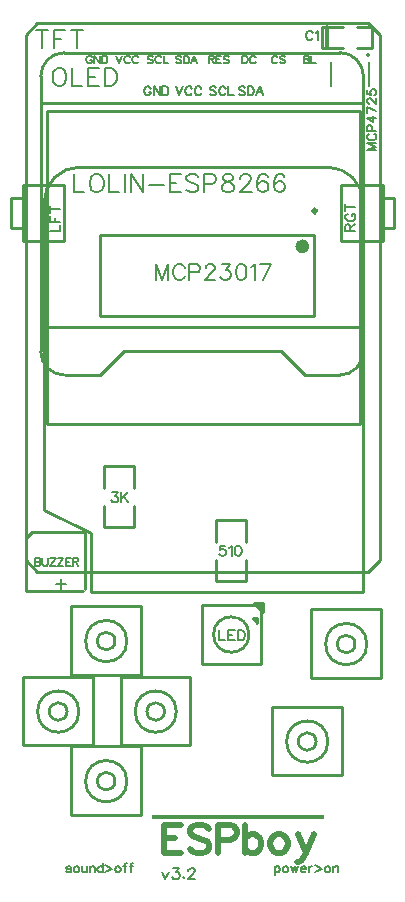
<source format=gto>
G04 Layer: TopSilkLayer*
G04 EasyEDA v6.3.53, 2020-06-09T14:14:43+03:00*
G04 a51f4f2b25e24b5fbe4c92ec4cc42c38,99c43f6f433d4c2593b99c8e01114625,10*
G04 Gerber Generator version 0.2*
G04 Scale: 100 percent, Rotated: No, Reflected: No *
G04 Dimensions in millimeters *
G04 leading zeros omitted , absolute positions ,3 integer and 3 decimal *
%FSLAX33Y33*%
%MOMM*%
G90*
G71D02*

%ADD10C,0.254000*%
%ADD12C,0.599999*%
%ADD36C,0.330200*%
%ADD37C,0.200000*%
%ADD38C,0.299999*%
%ADD39C,0.499999*%
%ADD40C,0.177800*%
%ADD41C,0.203200*%
%ADD42C,0.178003*%
%ADD43C,0.152400*%
%ADD44C,0.202997*%

%LPD*%
G54D10*
G01X29712Y72301D02*
G01X28437Y72301D01*
G01X28437Y70446D02*
G01X29712Y70446D01*
G01X29712Y72301D01*
G01X27238Y70446D02*
G01X25438Y70446D01*
G01X25438Y72301D01*
G54D36*
G01X25913Y70500D02*
G01X25913Y72247D01*
G54D10*
G01X27238Y72301D02*
G01X25438Y72301D01*
G01X1930Y57404D02*
G01X1930Y31394D01*
G01X5943Y29413D01*
G01X5943Y24409D01*
G01X28930Y24409D01*
G01X28930Y57404D01*
G01X25933Y60401D02*
G01X4927Y60401D01*
G01X15280Y18327D02*
G01X15280Y23327D01*
G01X20280Y23327D01*
G01X20280Y18327D01*
G01X15280Y18327D01*
G01X19680Y23527D02*
G01X20430Y23527D01*
G01X20430Y22777D01*
G01X19680Y23527D01*
G01X19580Y22227D02*
G01X19980Y22227D01*
G01X19980Y21827D01*
G01X19580Y22227D01*
G01X19050Y28702D02*
G01X19050Y30550D01*
G01X16510Y30550D01*
G01X16510Y28702D01*
G01X16510Y27178D02*
G01X16510Y25319D01*
G01X19050Y25319D01*
G01X19050Y27178D01*
G01X24798Y48688D02*
G01X24798Y47760D01*
G01X6697Y47760D01*
G01X6697Y54688D01*
G01X24798Y54688D01*
G01X24798Y48688D01*
G01X1367Y72619D02*
G01X29366Y72619D01*
G01X30366Y71619D02*
G01X30366Y27119D01*
G01X29366Y26119D01*
G01X1367Y26119D01*
G01X367Y27119D01*
G01X367Y71619D01*
G01X28666Y65119D02*
G01X2167Y65119D01*
G01X30366Y71619D02*
G01X29366Y72619D01*
G01X367Y71619D02*
G01X1367Y72619D01*
G01X28666Y38619D02*
G01X2167Y38619D01*
G01X2167Y38619D02*
G01X2167Y65119D01*
G01X28666Y65119D02*
G01X28666Y38619D01*
G01X421Y24524D02*
G01X5221Y24524D01*
G01X5421Y24724D02*
G01X5421Y29524D01*
G01X421Y24524D02*
G01X421Y29024D01*
G01X921Y29524D01*
G01X5421Y29524D01*
G54D37*
G01X29448Y67313D02*
G01X29448Y68304D01*
G01X26248Y67313D02*
G01X26248Y68304D01*
G01X26248Y68304D02*
G01X26248Y69295D01*
G01X29448Y68304D02*
G01X29448Y69295D01*
G54D10*
G01X9525Y33274D02*
G01X9525Y35122D01*
G01X6985Y35122D01*
G01X6985Y33274D01*
G01X6985Y31750D02*
G01X6985Y29891D01*
G01X9525Y29891D01*
G01X9525Y31750D01*
G01X143Y54114D02*
G01X143Y58915D01*
G01X3643Y58915D01*
G01X3643Y54114D01*
G01X143Y54114D01*
G01X-856Y55215D02*
G01X-856Y57814D01*
G01X143Y57814D01*
G01X143Y55215D01*
G01X-856Y55215D01*
G01X30590Y58915D02*
G01X30590Y54114D01*
G01X27090Y54114D01*
G01X27090Y58915D01*
G01X30590Y58915D01*
G01X31590Y57814D02*
G01X31590Y55215D01*
G01X30590Y55215D01*
G01X30590Y57814D01*
G01X31590Y57814D01*
G01X1651Y44798D02*
G01X1651Y66798D01*
G01X1651Y66798D02*
G01X1651Y68098D01*
G01X3650Y70098D02*
G01X26950Y70098D01*
G01X28950Y68098D02*
G01X28950Y44798D01*
G01X1651Y46863D02*
G01X28650Y46863D01*
G01X28650Y46863D02*
G01X28950Y46863D01*
G01X1651Y65862D02*
G01X28950Y65862D01*
G01X3683Y42799D02*
G01X6682Y42799D01*
G01X8682Y44798D01*
G01X21982Y44798D01*
G01X23982Y42799D01*
G01X26982Y42799D01*
G01X173Y11450D02*
G01X6072Y11450D01*
G01X6072Y17249D01*
G01X173Y17249D01*
G01X173Y11450D01*
G01X4237Y17419D02*
G01X10136Y17419D01*
G01X10136Y23218D01*
G01X4237Y23218D01*
G01X4237Y17419D01*
G01X4237Y5555D02*
G01X10136Y5555D01*
G01X10136Y11354D01*
G01X4237Y11354D01*
G01X4237Y5555D01*
G01X8428Y11450D02*
G01X14327Y11450D01*
G01X14327Y17249D01*
G01X8428Y17249D01*
G01X8428Y11450D01*
G01X21255Y8910D02*
G01X27154Y8910D01*
G01X27154Y14709D01*
G01X21255Y14709D01*
G01X21255Y8910D01*
G01X24557Y17165D02*
G01X30456Y17165D01*
G01X30456Y22964D01*
G01X24557Y22964D01*
G01X24557Y17165D01*
G54D39*
G01X12065Y4716D02*
G01X12065Y2329D01*
G01X12065Y4716D02*
G01X13543Y4716D01*
G01X12065Y3578D02*
G01X12974Y3578D01*
G01X12065Y2329D02*
G01X13543Y2329D01*
G01X15882Y4376D02*
G01X15656Y4602D01*
G01X15316Y4716D01*
G01X14861Y4716D01*
G01X14518Y4602D01*
G01X14292Y4376D01*
G01X14292Y4147D01*
G01X14406Y3921D01*
G01X14518Y3807D01*
G01X14747Y3693D01*
G01X15427Y3467D01*
G01X15656Y3352D01*
G01X15768Y3238D01*
G01X15882Y3012D01*
G01X15882Y2672D01*
G01X15656Y2443D01*
G01X15316Y2329D01*
G01X14861Y2329D01*
G01X14518Y2443D01*
G01X14292Y2672D01*
G01X16631Y4716D02*
G01X16631Y2329D01*
G01X16631Y4716D02*
G01X17655Y4716D01*
G01X17995Y4602D01*
G01X18110Y4488D01*
G01X18224Y4262D01*
G01X18224Y3921D01*
G01X18110Y3693D01*
G01X17995Y3578D01*
G01X17655Y3467D01*
G01X16631Y3467D01*
G01X18973Y4716D02*
G01X18973Y2329D01*
G01X18973Y3578D02*
G01X19202Y3807D01*
G01X19428Y3921D01*
G01X19768Y3921D01*
G01X19997Y3807D01*
G01X20223Y3578D01*
G01X20337Y3238D01*
G01X20337Y3012D01*
G01X20223Y2672D01*
G01X19997Y2443D01*
G01X19768Y2329D01*
G01X19428Y2329D01*
G01X19202Y2443D01*
G01X18973Y2672D01*
G01X21656Y3921D02*
G01X21427Y3807D01*
G01X21201Y3578D01*
G01X21087Y3238D01*
G01X21087Y3012D01*
G01X21201Y2672D01*
G01X21427Y2443D01*
G01X21656Y2329D01*
G01X21996Y2329D01*
G01X22225Y2443D01*
G01X22451Y2672D01*
G01X22565Y3012D01*
G01X22565Y3238D01*
G01X22451Y3578D01*
G01X22225Y3807D01*
G01X21996Y3921D01*
G01X21656Y3921D01*
G01X23428Y3921D02*
G01X24109Y2329D01*
G01X24792Y3921D02*
G01X24109Y2329D01*
G01X23883Y1874D01*
G01X23655Y1648D01*
G01X23428Y1534D01*
G01X23314Y1534D01*
G54D40*
G01X21463Y1198D02*
G01X21463Y434D01*
G01X21463Y1089D02*
G01X21536Y1160D01*
G01X21607Y1198D01*
G01X21717Y1198D01*
G01X21790Y1160D01*
G01X21861Y1089D01*
G01X21899Y980D01*
G01X21899Y906D01*
G01X21861Y797D01*
G01X21790Y723D01*
G01X21717Y688D01*
G01X21607Y688D01*
G01X21536Y723D01*
G01X21463Y797D01*
G01X22321Y1198D02*
G01X22247Y1160D01*
G01X22176Y1089D01*
G01X22138Y980D01*
G01X22138Y906D01*
G01X22176Y797D01*
G01X22247Y723D01*
G01X22321Y688D01*
G01X22430Y688D01*
G01X22501Y723D01*
G01X22575Y797D01*
G01X22611Y906D01*
G01X22611Y980D01*
G01X22575Y1089D01*
G01X22501Y1160D01*
G01X22430Y1198D01*
G01X22321Y1198D01*
G01X22852Y1198D02*
G01X22997Y688D01*
G01X23141Y1198D02*
G01X22997Y688D01*
G01X23141Y1198D02*
G01X23289Y688D01*
G01X23434Y1198D02*
G01X23289Y688D01*
G01X23672Y980D02*
G01X24109Y980D01*
G01X24109Y1051D01*
G01X24074Y1125D01*
G01X24038Y1160D01*
G01X23964Y1198D01*
G01X23855Y1198D01*
G01X23782Y1160D01*
G01X23710Y1089D01*
G01X23672Y980D01*
G01X23672Y906D01*
G01X23710Y797D01*
G01X23782Y723D01*
G01X23855Y688D01*
G01X23964Y688D01*
G01X24038Y723D01*
G01X24109Y797D01*
G01X24350Y1198D02*
G01X24350Y688D01*
G01X24350Y980D02*
G01X24386Y1089D01*
G01X24460Y1160D01*
G01X24531Y1198D01*
G01X24640Y1198D01*
G01X24881Y1343D02*
G01X25463Y1016D01*
G01X24881Y688D01*
G01X25885Y1198D02*
G01X25811Y1160D01*
G01X25740Y1089D01*
G01X25702Y980D01*
G01X25702Y906D01*
G01X25740Y797D01*
G01X25811Y723D01*
G01X25885Y688D01*
G01X25994Y688D01*
G01X26065Y723D01*
G01X26139Y797D01*
G01X26174Y906D01*
G01X26174Y980D01*
G01X26139Y1089D01*
G01X26065Y1160D01*
G01X25994Y1198D01*
G01X25885Y1198D01*
G01X26416Y1198D02*
G01X26416Y688D01*
G01X26416Y1051D02*
G01X26525Y1160D01*
G01X26596Y1198D01*
G01X26705Y1198D01*
G01X26779Y1160D01*
G01X26814Y1051D01*
G01X26814Y688D01*
G54D41*
G01X11430Y52197D02*
G01X11430Y50860D01*
G01X11430Y52197D02*
G01X11938Y50860D01*
G01X12448Y52197D02*
G01X11938Y50860D01*
G01X12448Y52197D02*
G01X12448Y50860D01*
G01X13822Y51876D02*
G01X13759Y52003D01*
G01X13632Y52133D01*
G01X13505Y52197D01*
G01X13251Y52197D01*
G01X13121Y52133D01*
G01X12994Y52003D01*
G01X12931Y51876D01*
G01X12867Y51686D01*
G01X12867Y51368D01*
G01X12931Y51178D01*
G01X12994Y51051D01*
G01X13121Y50924D01*
G01X13251Y50860D01*
G01X13505Y50860D01*
G01X13632Y50924D01*
G01X13759Y51051D01*
G01X13822Y51178D01*
G01X14241Y52197D02*
G01X14241Y50860D01*
G01X14241Y52197D02*
G01X14815Y52197D01*
G01X15006Y52133D01*
G01X15069Y52070D01*
G01X15133Y51940D01*
G01X15133Y51749D01*
G01X15069Y51622D01*
G01X15006Y51559D01*
G01X14815Y51495D01*
G01X14241Y51495D01*
G01X15618Y51876D02*
G01X15618Y51940D01*
G01X15681Y52070D01*
G01X15745Y52133D01*
G01X15872Y52197D01*
G01X16126Y52197D01*
G01X16253Y52133D01*
G01X16316Y52070D01*
G01X16380Y51940D01*
G01X16380Y51813D01*
G01X16316Y51686D01*
G01X16189Y51495D01*
G01X15552Y50860D01*
G01X16443Y50860D01*
G01X16992Y52197D02*
G01X17691Y52197D01*
G01X17310Y51686D01*
G01X17500Y51686D01*
G01X17627Y51622D01*
G01X17691Y51559D01*
G01X17754Y51368D01*
G01X17754Y51241D01*
G01X17691Y51051D01*
G01X17564Y50924D01*
G01X17373Y50860D01*
G01X17183Y50860D01*
G01X16992Y50924D01*
G01X16929Y50987D01*
G01X16865Y51114D01*
G01X18557Y52197D02*
G01X18366Y52133D01*
G01X18239Y51940D01*
G01X18176Y51622D01*
G01X18176Y51432D01*
G01X18239Y51114D01*
G01X18366Y50924D01*
G01X18557Y50860D01*
G01X18684Y50860D01*
G01X18874Y50924D01*
G01X19001Y51114D01*
G01X19065Y51432D01*
G01X19065Y51622D01*
G01X19001Y51940D01*
G01X18874Y52133D01*
G01X18684Y52197D01*
G01X18557Y52197D01*
G01X19486Y51940D02*
G01X19613Y52003D01*
G01X19804Y52197D01*
G01X19804Y50860D01*
G01X21115Y52197D02*
G01X20480Y50860D01*
G01X20223Y52197D02*
G01X21115Y52197D01*
G54D40*
G01X4208Y1089D02*
G01X4173Y1160D01*
G01X4064Y1198D01*
G01X3954Y1198D01*
G01X3845Y1160D01*
G01X3810Y1089D01*
G01X3845Y1016D01*
G01X3919Y980D01*
G01X4102Y942D01*
G01X4173Y906D01*
G01X4208Y833D01*
G01X4208Y797D01*
G01X4173Y723D01*
G01X4064Y688D01*
G01X3954Y688D01*
G01X3845Y723D01*
G01X3810Y797D01*
G01X4632Y1198D02*
G01X4559Y1160D01*
G01X4485Y1089D01*
G01X4450Y980D01*
G01X4450Y906D01*
G01X4485Y797D01*
G01X4559Y723D01*
G01X4632Y688D01*
G01X4739Y688D01*
G01X4813Y723D01*
G01X4886Y797D01*
G01X4922Y906D01*
G01X4922Y980D01*
G01X4886Y1089D01*
G01X4813Y1160D01*
G01X4739Y1198D01*
G01X4632Y1198D01*
G01X5163Y1198D02*
G01X5163Y833D01*
G01X5199Y723D01*
G01X5273Y688D01*
G01X5379Y688D01*
G01X5453Y723D01*
G01X5562Y833D01*
G01X5562Y1198D02*
G01X5562Y688D01*
G01X5803Y1198D02*
G01X5803Y688D01*
G01X5803Y1051D02*
G01X5910Y1160D01*
G01X5984Y1198D01*
G01X6093Y1198D01*
G01X6167Y1160D01*
G01X6202Y1051D01*
G01X6202Y688D01*
G01X6878Y1452D02*
G01X6878Y688D01*
G01X6878Y1089D02*
G01X6807Y1160D01*
G01X6733Y1198D01*
G01X6624Y1198D01*
G01X6550Y1160D01*
G01X6479Y1089D01*
G01X6443Y980D01*
G01X6443Y906D01*
G01X6479Y797D01*
G01X6550Y723D01*
G01X6624Y688D01*
G01X6733Y688D01*
G01X6807Y723D01*
G01X6878Y797D01*
G01X7119Y1343D02*
G01X7701Y1016D01*
G01X7119Y688D01*
G01X8122Y1198D02*
G01X8049Y1160D01*
G01X7978Y1089D01*
G01X7940Y980D01*
G01X7940Y906D01*
G01X7978Y797D01*
G01X8049Y723D01*
G01X8122Y688D01*
G01X8232Y688D01*
G01X8305Y723D01*
G01X8376Y797D01*
G01X8412Y906D01*
G01X8412Y980D01*
G01X8376Y1089D01*
G01X8305Y1160D01*
G01X8232Y1198D01*
G01X8122Y1198D01*
G01X8943Y1452D02*
G01X8872Y1452D01*
G01X8798Y1414D01*
G01X8763Y1308D01*
G01X8763Y688D01*
G01X8653Y1198D02*
G01X8907Y1198D01*
G01X9474Y1452D02*
G01X9403Y1452D01*
G01X9329Y1414D01*
G01X9293Y1308D01*
G01X9293Y688D01*
G01X9184Y1198D02*
G01X9438Y1198D01*
G54D42*
G01X11938Y728D02*
G01X12209Y91D01*
G01X12484Y728D02*
G01X12209Y91D01*
G01X12875Y1046D02*
G01X13373Y1046D01*
G01X13101Y683D01*
G01X13238Y683D01*
G01X13329Y637D01*
G01X13373Y591D01*
G01X13418Y457D01*
G01X13418Y365D01*
G01X13373Y228D01*
G01X13284Y137D01*
G01X13147Y91D01*
G01X13009Y91D01*
G01X12875Y137D01*
G01X12829Y182D01*
G01X12783Y274D01*
G01X13764Y320D02*
G01X13721Y274D01*
G01X13764Y228D01*
G01X13809Y274D01*
G01X13764Y320D01*
G01X14155Y820D02*
G01X14155Y866D01*
G01X14201Y955D01*
G01X14246Y1000D01*
G01X14338Y1046D01*
G01X14518Y1046D01*
G01X14610Y1000D01*
G01X14655Y955D01*
G01X14701Y866D01*
G01X14701Y774D01*
G01X14655Y683D01*
G01X14564Y546D01*
G01X14109Y91D01*
G01X14747Y91D01*
G54D43*
G01X24676Y71744D02*
G01X24638Y71818D01*
G01X24566Y71892D01*
G01X24493Y71927D01*
G01X24348Y71927D01*
G01X24274Y71892D01*
G01X24203Y71818D01*
G01X24165Y71744D01*
G01X24130Y71635D01*
G01X24130Y71455D01*
G01X24165Y71346D01*
G01X24203Y71272D01*
G01X24274Y71198D01*
G01X24348Y71163D01*
G01X24493Y71163D01*
G01X24566Y71198D01*
G01X24638Y71272D01*
G01X24676Y71346D01*
G01X24914Y71782D02*
G01X24988Y71818D01*
G01X25097Y71927D01*
G01X25097Y71163D01*
G54D44*
G01X4445Y59801D02*
G01X4445Y58272D01*
G01X4445Y58272D02*
G01X5318Y58272D01*
G01X6233Y59801D02*
G01X6088Y59728D01*
G01X5943Y59583D01*
G01X5869Y59436D01*
G01X5798Y59220D01*
G01X5798Y58854D01*
G01X5869Y58635D01*
G01X5943Y58491D01*
G01X6088Y58346D01*
G01X6233Y58272D01*
G01X6525Y58272D01*
G01X6670Y58346D01*
G01X6814Y58491D01*
G01X6888Y58635D01*
G01X6962Y58854D01*
G01X6962Y59220D01*
G01X6888Y59436D01*
G01X6814Y59583D01*
G01X6670Y59728D01*
G01X6525Y59801D01*
G01X6233Y59801D01*
G01X7442Y59801D02*
G01X7442Y58272D01*
G01X7442Y58272D02*
G01X8313Y58272D01*
G01X8793Y59801D02*
G01X8793Y58272D01*
G01X9273Y59801D02*
G01X9273Y58272D01*
G01X9273Y59801D02*
G01X10292Y58272D01*
G01X10292Y59801D02*
G01X10292Y58272D01*
G01X10772Y58928D02*
G01X12080Y58928D01*
G01X12560Y59801D02*
G01X12560Y58272D01*
G01X12560Y59801D02*
G01X13507Y59801D01*
G01X12560Y59072D02*
G01X13141Y59072D01*
G01X12560Y58272D02*
G01X13507Y58272D01*
G01X15003Y59583D02*
G01X14859Y59728D01*
G01X14640Y59801D01*
G01X14351Y59801D01*
G01X14132Y59728D01*
G01X13987Y59583D01*
G01X13987Y59436D01*
G01X14058Y59291D01*
G01X14132Y59220D01*
G01X14277Y59146D01*
G01X14714Y59001D01*
G01X14859Y58928D01*
G01X14932Y58854D01*
G01X15003Y58709D01*
G01X15003Y58491D01*
G01X14859Y58346D01*
G01X14640Y58272D01*
G01X14351Y58272D01*
G01X14132Y58346D01*
G01X13987Y58491D01*
G01X15483Y59801D02*
G01X15483Y58272D01*
G01X15483Y59801D02*
G01X16139Y59801D01*
G01X16357Y59728D01*
G01X16431Y59654D01*
G01X16502Y59509D01*
G01X16502Y59291D01*
G01X16431Y59146D01*
G01X16357Y59072D01*
G01X16139Y59001D01*
G01X15483Y59001D01*
G01X17345Y59801D02*
G01X17129Y59728D01*
G01X17056Y59583D01*
G01X17056Y59436D01*
G01X17129Y59291D01*
G01X17274Y59220D01*
G01X17564Y59146D01*
G01X17782Y59072D01*
G01X17929Y58928D01*
G01X18000Y58783D01*
G01X18000Y58564D01*
G01X17929Y58420D01*
G01X17856Y58346D01*
G01X17637Y58272D01*
G01X17345Y58272D01*
G01X17129Y58346D01*
G01X17056Y58420D01*
G01X16982Y58564D01*
G01X16982Y58783D01*
G01X17056Y58928D01*
G01X17200Y59072D01*
G01X17419Y59146D01*
G01X17711Y59220D01*
G01X17856Y59291D01*
G01X17929Y59436D01*
G01X17929Y59583D01*
G01X17856Y59728D01*
G01X17637Y59801D01*
G01X17345Y59801D01*
G01X18554Y59436D02*
G01X18554Y59509D01*
G01X18625Y59654D01*
G01X18699Y59728D01*
G01X18844Y59801D01*
G01X19136Y59801D01*
G01X19281Y59728D01*
G01X19354Y59654D01*
G01X19425Y59509D01*
G01X19425Y59364D01*
G01X19354Y59220D01*
G01X19207Y59001D01*
G01X18481Y58272D01*
G01X19499Y58272D01*
G01X20853Y59583D02*
G01X20779Y59728D01*
G01X20561Y59801D01*
G01X20416Y59801D01*
G01X20198Y59728D01*
G01X20053Y59509D01*
G01X19979Y59146D01*
G01X19979Y58783D01*
G01X20053Y58491D01*
G01X20198Y58346D01*
G01X20416Y58272D01*
G01X20487Y58272D01*
G01X20706Y58346D01*
G01X20853Y58491D01*
G01X20924Y58709D01*
G01X20924Y58783D01*
G01X20853Y59001D01*
G01X20706Y59146D01*
G01X20487Y59220D01*
G01X20416Y59220D01*
G01X20198Y59146D01*
G01X20053Y59001D01*
G01X19979Y58783D01*
G01X22278Y59583D02*
G01X22204Y59728D01*
G01X21986Y59801D01*
G01X21841Y59801D01*
G01X21623Y59728D01*
G01X21478Y59509D01*
G01X21404Y59146D01*
G01X21404Y58783D01*
G01X21478Y58491D01*
G01X21623Y58346D01*
G01X21841Y58272D01*
G01X21915Y58272D01*
G01X22131Y58346D01*
G01X22278Y58491D01*
G01X22349Y58709D01*
G01X22349Y58783D01*
G01X22278Y59001D01*
G01X22131Y59146D01*
G01X21915Y59220D01*
G01X21841Y59220D01*
G01X21623Y59146D01*
G01X21478Y59001D01*
G01X21404Y58783D01*
G54D43*
G01X16764Y21209D02*
G01X16764Y20350D01*
G01X16764Y20350D02*
G01X17254Y20350D01*
G01X17526Y21209D02*
G01X17526Y20350D01*
G01X17526Y21209D02*
G01X18056Y21209D01*
G01X17526Y20800D02*
G01X17851Y20800D01*
G01X17526Y20350D02*
G01X18056Y20350D01*
G01X18326Y21209D02*
G01X18326Y20350D01*
G01X18326Y21209D02*
G01X18613Y21209D01*
G01X18735Y21168D01*
G01X18818Y21087D01*
G01X18859Y21005D01*
G01X18900Y20881D01*
G01X18900Y20678D01*
G01X18859Y20556D01*
G01X18818Y20472D01*
G01X18735Y20391D01*
G01X18613Y20350D01*
G01X18326Y20350D01*
G01X17254Y28354D02*
G01X16845Y28354D01*
G01X16804Y27985D01*
G01X16845Y28026D01*
G01X16969Y28069D01*
G01X17091Y28069D01*
G01X17213Y28026D01*
G01X17294Y27945D01*
G01X17335Y27823D01*
G01X17335Y27741D01*
G01X17294Y27617D01*
G01X17213Y27536D01*
G01X17091Y27495D01*
G01X16969Y27495D01*
G01X16845Y27536D01*
G01X16804Y27576D01*
G01X16764Y27658D01*
G01X17607Y28191D02*
G01X17688Y28232D01*
G01X17810Y28354D01*
G01X17810Y27495D01*
G01X18326Y28354D02*
G01X18204Y28313D01*
G01X18122Y28191D01*
G01X18082Y27985D01*
G01X18082Y27863D01*
G01X18122Y27658D01*
G01X18204Y27536D01*
G01X18326Y27495D01*
G01X18407Y27495D01*
G01X18531Y27536D01*
G01X18613Y27658D01*
G01X18653Y27863D01*
G01X18653Y27985D01*
G01X18613Y28191D01*
G01X18531Y28313D01*
G01X18407Y28354D01*
G01X18326Y28354D01*
G54D41*
G01X1778Y71993D02*
G01X1778Y70464D01*
G01X1270Y71993D02*
G01X2288Y71993D01*
G01X2768Y71993D02*
G01X2768Y70464D01*
G01X2768Y71993D02*
G01X3713Y71993D01*
G01X2768Y71264D02*
G01X3350Y71264D01*
G01X4701Y71993D02*
G01X4701Y70464D01*
G01X4193Y71993D02*
G01X5212Y71993D01*
G01X8000Y69849D02*
G01X8254Y69181D01*
G01X8508Y69849D02*
G01X8254Y69181D01*
G01X9197Y69692D02*
G01X9166Y69755D01*
G01X9100Y69819D01*
G01X9037Y69849D01*
G01X8910Y69849D01*
G01X8846Y69819D01*
G01X8783Y69755D01*
G01X8752Y69692D01*
G01X8719Y69595D01*
G01X8719Y69438D01*
G01X8752Y69341D01*
G01X8783Y69278D01*
G01X8846Y69214D01*
G01X8910Y69181D01*
G01X9037Y69181D01*
G01X9100Y69214D01*
G01X9166Y69278D01*
G01X9197Y69341D01*
G01X9885Y69692D02*
G01X9852Y69755D01*
G01X9789Y69819D01*
G01X9725Y69849D01*
G01X9598Y69849D01*
G01X9535Y69819D01*
G01X9471Y69755D01*
G01X9438Y69692D01*
G01X9408Y69595D01*
G01X9408Y69438D01*
G01X9438Y69341D01*
G01X9471Y69278D01*
G01X9535Y69214D01*
G01X9598Y69181D01*
G01X9725Y69181D01*
G01X9789Y69214D01*
G01X9852Y69278D01*
G01X9885Y69341D01*
G01X5979Y69692D02*
G01X5946Y69755D01*
G01X5882Y69819D01*
G01X5819Y69849D01*
G01X5692Y69849D01*
G01X5628Y69819D01*
G01X5565Y69755D01*
G01X5531Y69692D01*
G01X5501Y69595D01*
G01X5501Y69438D01*
G01X5531Y69341D01*
G01X5565Y69278D01*
G01X5628Y69214D01*
G01X5692Y69181D01*
G01X5819Y69181D01*
G01X5882Y69214D01*
G01X5946Y69278D01*
G01X5979Y69341D01*
G01X5979Y69438D01*
G01X5819Y69438D02*
G01X5979Y69438D01*
G01X6187Y69849D02*
G01X6187Y69181D01*
G01X6187Y69849D02*
G01X6634Y69181D01*
G01X6634Y69849D02*
G01X6634Y69181D01*
G01X6842Y69849D02*
G01X6842Y69181D01*
G01X6842Y69849D02*
G01X7066Y69849D01*
G01X7162Y69819D01*
G01X7226Y69755D01*
G01X7256Y69692D01*
G01X7289Y69595D01*
G01X7289Y69438D01*
G01X7256Y69341D01*
G01X7226Y69278D01*
G01X7162Y69214D01*
G01X7066Y69181D01*
G01X6842Y69181D01*
G01X21685Y69692D02*
G01X21654Y69755D01*
G01X21591Y69819D01*
G01X21527Y69849D01*
G01X21400Y69849D01*
G01X21337Y69819D01*
G01X21273Y69755D01*
G01X21240Y69692D01*
G01X21210Y69595D01*
G01X21210Y69438D01*
G01X21240Y69341D01*
G01X21273Y69278D01*
G01X21337Y69214D01*
G01X21400Y69181D01*
G01X21527Y69181D01*
G01X21591Y69214D01*
G01X21654Y69278D01*
G01X21685Y69341D01*
G01X22342Y69755D02*
G01X22276Y69819D01*
G01X22182Y69849D01*
G01X22055Y69849D01*
G01X21959Y69819D01*
G01X21895Y69755D01*
G01X21895Y69692D01*
G01X21928Y69628D01*
G01X21959Y69595D01*
G01X22022Y69565D01*
G01X22213Y69501D01*
G01X22276Y69468D01*
G01X22309Y69438D01*
G01X22342Y69374D01*
G01X22342Y69278D01*
G01X22276Y69214D01*
G01X22182Y69181D01*
G01X22055Y69181D01*
G01X21959Y69214D01*
G01X21895Y69278D01*
G01X15857Y69849D02*
G01X15857Y69181D01*
G01X15857Y69849D02*
G01X16141Y69849D01*
G01X16238Y69819D01*
G01X16268Y69786D01*
G01X16301Y69722D01*
G01X16301Y69659D01*
G01X16268Y69595D01*
G01X16238Y69565D01*
G01X16141Y69532D01*
G01X15857Y69532D01*
G01X16078Y69532D02*
G01X16301Y69181D01*
G01X16512Y69849D02*
G01X16512Y69181D01*
G01X16512Y69849D02*
G01X16923Y69849D01*
G01X16512Y69532D02*
G01X16766Y69532D01*
G01X16512Y69181D02*
G01X16923Y69181D01*
G01X17581Y69755D02*
G01X17515Y69819D01*
G01X17421Y69849D01*
G01X17294Y69849D01*
G01X17198Y69819D01*
G01X17134Y69755D01*
G01X17134Y69692D01*
G01X17167Y69628D01*
G01X17198Y69595D01*
G01X17261Y69565D01*
G01X17452Y69501D01*
G01X17515Y69468D01*
G01X17548Y69438D01*
G01X17581Y69374D01*
G01X17581Y69278D01*
G01X17515Y69214D01*
G01X17421Y69181D01*
G01X17294Y69181D01*
G01X17198Y69214D01*
G01X17134Y69278D01*
G01X18708Y69849D02*
G01X18708Y69181D01*
G01X18708Y69849D02*
G01X18931Y69849D01*
G01X19028Y69819D01*
G01X19091Y69755D01*
G01X19122Y69692D01*
G01X19155Y69595D01*
G01X19155Y69438D01*
G01X19122Y69341D01*
G01X19091Y69278D01*
G01X19028Y69214D01*
G01X18931Y69181D01*
G01X18708Y69181D01*
G01X19841Y69692D02*
G01X19810Y69755D01*
G01X19747Y69819D01*
G01X19683Y69849D01*
G01X19554Y69849D01*
G01X19490Y69819D01*
G01X19427Y69755D01*
G01X19396Y69692D01*
G01X19363Y69595D01*
G01X19363Y69438D01*
G01X19396Y69341D01*
G01X19427Y69278D01*
G01X19490Y69214D01*
G01X19554Y69181D01*
G01X19683Y69181D01*
G01X19747Y69214D01*
G01X19810Y69278D01*
G01X19841Y69341D01*
G01X13545Y69755D02*
G01X13482Y69819D01*
G01X13388Y69849D01*
G01X13261Y69849D01*
G01X13164Y69819D01*
G01X13101Y69755D01*
G01X13101Y69692D01*
G01X13131Y69628D01*
G01X13164Y69595D01*
G01X13228Y69565D01*
G01X13418Y69501D01*
G01X13482Y69468D01*
G01X13515Y69438D01*
G01X13545Y69374D01*
G01X13545Y69278D01*
G01X13482Y69214D01*
G01X13388Y69181D01*
G01X13261Y69181D01*
G01X13164Y69214D01*
G01X13101Y69278D01*
G01X13756Y69849D02*
G01X13756Y69181D01*
G01X13756Y69849D02*
G01X13980Y69849D01*
G01X14074Y69819D01*
G01X14137Y69755D01*
G01X14170Y69692D01*
G01X14201Y69595D01*
G01X14201Y69438D01*
G01X14170Y69341D01*
G01X14137Y69278D01*
G01X14074Y69214D01*
G01X13980Y69181D01*
G01X13756Y69181D01*
G01X14665Y69849D02*
G01X14411Y69181D01*
G01X14665Y69849D02*
G01X14919Y69181D01*
G01X14508Y69405D02*
G01X14825Y69405D01*
G01X11145Y69755D02*
G01X11081Y69819D01*
G01X10987Y69849D01*
G01X10860Y69849D01*
G01X10764Y69819D01*
G01X10700Y69755D01*
G01X10700Y69692D01*
G01X10733Y69628D01*
G01X10764Y69595D01*
G01X10827Y69565D01*
G01X11018Y69501D01*
G01X11081Y69468D01*
G01X11114Y69438D01*
G01X11145Y69374D01*
G01X11145Y69278D01*
G01X11081Y69214D01*
G01X10987Y69181D01*
G01X10860Y69181D01*
G01X10764Y69214D01*
G01X10700Y69278D01*
G01X11833Y69692D02*
G01X11800Y69755D01*
G01X11737Y69819D01*
G01X11673Y69849D01*
G01X11546Y69849D01*
G01X11483Y69819D01*
G01X11419Y69755D01*
G01X11389Y69692D01*
G01X11356Y69595D01*
G01X11356Y69438D01*
G01X11389Y69341D01*
G01X11419Y69278D01*
G01X11483Y69214D01*
G01X11546Y69181D01*
G01X11673Y69181D01*
G01X11737Y69214D01*
G01X11800Y69278D01*
G01X11833Y69341D01*
G01X12044Y69849D02*
G01X12044Y69181D01*
G01X12044Y69181D02*
G01X12425Y69181D01*
G01X23910Y69849D02*
G01X23910Y69181D01*
G01X23910Y69849D02*
G01X24194Y69849D01*
G01X24291Y69819D01*
G01X24321Y69786D01*
G01X24354Y69722D01*
G01X24354Y69659D01*
G01X24321Y69595D01*
G01X24291Y69565D01*
G01X24194Y69532D01*
G01X23910Y69532D02*
G01X24194Y69532D01*
G01X24291Y69501D01*
G01X24321Y69468D01*
G01X24354Y69405D01*
G01X24354Y69308D01*
G01X24321Y69245D01*
G01X24291Y69214D01*
G01X24194Y69181D01*
G01X23910Y69181D01*
G01X24565Y69849D02*
G01X24565Y69181D01*
G01X24565Y69181D02*
G01X24946Y69181D01*
G54D43*
G01X1142Y27307D02*
G01X1142Y26636D01*
G01X1142Y27307D02*
G01X1429Y27307D01*
G01X1525Y27274D01*
G01X1556Y27240D01*
G01X1589Y27177D01*
G01X1589Y27113D01*
G01X1556Y27050D01*
G01X1525Y27020D01*
G01X1429Y26986D01*
G01X1142Y26986D02*
G01X1429Y26986D01*
G01X1525Y26956D01*
G01X1556Y26923D01*
G01X1589Y26859D01*
G01X1589Y26766D01*
G01X1556Y26702D01*
G01X1525Y26669D01*
G01X1429Y26636D01*
G01X1142Y26636D01*
G01X1797Y27307D02*
G01X1797Y26829D01*
G01X1830Y26732D01*
G01X1894Y26669D01*
G01X1990Y26636D01*
G01X2054Y26636D01*
G01X2148Y26669D01*
G01X2211Y26732D01*
G01X2244Y26829D01*
G01X2244Y27307D01*
G01X2899Y27307D02*
G01X2452Y26636D01*
G01X2452Y27307D02*
G01X2899Y27307D01*
G01X2452Y26636D02*
G01X2899Y26636D01*
G01X3555Y27307D02*
G01X3108Y26636D01*
G01X3108Y27307D02*
G01X3555Y27307D01*
G01X3108Y26636D02*
G01X3555Y26636D01*
G01X3766Y27307D02*
G01X3766Y26636D01*
G01X3766Y27307D02*
G01X4177Y27307D01*
G01X3766Y26986D02*
G01X4020Y26986D01*
G01X3766Y26636D02*
G01X4177Y26636D01*
G01X4388Y27307D02*
G01X4388Y26636D01*
G01X4388Y27307D02*
G01X4675Y27307D01*
G01X4769Y27274D01*
G01X4802Y27240D01*
G01X4832Y27177D01*
G01X4832Y27113D01*
G01X4802Y27050D01*
G01X4769Y27020D01*
G01X4675Y26986D01*
G01X4388Y26986D01*
G01X4611Y26986D02*
G01X4832Y26636D01*
G54D41*
G01X2944Y25133D02*
G01X3762Y25133D01*
G01X3353Y24724D02*
G01X3353Y25542D01*
G54D43*
G01X29280Y61849D02*
G01X30045Y61849D01*
G01X29280Y61849D02*
G01X30045Y62138D01*
G01X29280Y62430D02*
G01X30045Y62138D01*
G01X29280Y62430D02*
G01X30045Y62430D01*
G01X29463Y63215D02*
G01X29390Y63180D01*
G01X29318Y63106D01*
G01X29280Y63035D01*
G01X29280Y62888D01*
G01X29318Y62817D01*
G01X29390Y62743D01*
G01X29463Y62707D01*
G01X29572Y62669D01*
G01X29753Y62669D01*
G01X29862Y62707D01*
G01X29936Y62743D01*
G01X30009Y62817D01*
G01X30045Y62888D01*
G01X30045Y63035D01*
G01X30009Y63106D01*
G01X29936Y63180D01*
G01X29862Y63215D01*
G01X29280Y63457D02*
G01X30045Y63457D01*
G01X29280Y63457D02*
G01X29280Y63784D01*
G01X29318Y63891D01*
G01X29354Y63929D01*
G01X29428Y63965D01*
G01X29537Y63965D01*
G01X29608Y63929D01*
G01X29644Y63891D01*
G01X29682Y63784D01*
G01X29682Y63457D01*
G01X29280Y64569D02*
G01X29791Y64206D01*
G01X29791Y64749D01*
G01X29280Y64569D02*
G01X30045Y64569D01*
G01X29280Y65499D02*
G01X30045Y65136D01*
G01X29280Y64991D02*
G01X29280Y65499D01*
G01X29463Y65776D02*
G01X29428Y65776D01*
G01X29354Y65811D01*
G01X29318Y65849D01*
G01X29280Y65920D01*
G01X29280Y66068D01*
G01X29318Y66139D01*
G01X29354Y66177D01*
G01X29428Y66213D01*
G01X29499Y66213D01*
G01X29572Y66177D01*
G01X29682Y66103D01*
G01X30045Y65740D01*
G01X30045Y66248D01*
G01X29280Y66924D02*
G01X29280Y66561D01*
G01X29608Y66525D01*
G01X29572Y66561D01*
G01X29537Y66670D01*
G01X29537Y66779D01*
G01X29572Y66888D01*
G01X29644Y66962D01*
G01X29753Y66997D01*
G01X29826Y66997D01*
G01X29936Y66962D01*
G01X30009Y66888D01*
G01X30045Y66779D01*
G01X30045Y66670D01*
G01X30009Y66561D01*
G01X29971Y66525D01*
G01X29900Y66489D01*
G01X7701Y32875D02*
G01X8150Y32875D01*
G01X7907Y32547D01*
G01X8028Y32547D01*
G01X8110Y32506D01*
G01X8150Y32466D01*
G01X8191Y32344D01*
G01X8191Y32263D01*
G01X8150Y32138D01*
G01X8069Y32057D01*
G01X7947Y32016D01*
G01X7825Y32016D01*
G01X7701Y32057D01*
G01X7660Y32097D01*
G01X7620Y32179D01*
G01X8463Y32875D02*
G01X8463Y32016D01*
G01X9034Y32875D02*
G01X8463Y32303D01*
G01X8666Y32506D02*
G01X9034Y32016D01*
G01X2430Y54991D02*
G01X3289Y54991D01*
G01X3289Y54991D02*
G01X3289Y55481D01*
G01X2430Y55753D02*
G01X3289Y55753D01*
G01X2430Y55753D02*
G01X2430Y56283D01*
G01X2839Y55753D02*
G01X2839Y56078D01*
G01X2430Y56840D02*
G01X3289Y56840D01*
G01X2430Y56553D02*
G01X2430Y57127D01*
G01X27432Y54978D02*
G01X28290Y54978D01*
G01X27432Y54978D02*
G01X27432Y55346D01*
G01X27472Y55468D01*
G01X27513Y55509D01*
G01X27594Y55549D01*
G01X27675Y55549D01*
G01X27759Y55509D01*
G01X27800Y55468D01*
G01X27840Y55346D01*
G01X27840Y54978D01*
G01X27840Y55265D02*
G01X28290Y55549D01*
G01X27635Y56433D02*
G01X27553Y56393D01*
G01X27472Y56311D01*
G01X27432Y56230D01*
G01X27432Y56065D01*
G01X27472Y55984D01*
G01X27553Y55902D01*
G01X27635Y55862D01*
G01X27759Y55821D01*
G01X27962Y55821D01*
G01X28084Y55862D01*
G01X28168Y55902D01*
G01X28249Y55984D01*
G01X28290Y56065D01*
G01X28290Y56230D01*
G01X28249Y56311D01*
G01X28168Y56393D01*
G01X28084Y56433D01*
G01X27962Y56433D01*
G01X27962Y56230D02*
G01X27962Y56433D01*
G01X27432Y56990D02*
G01X28290Y56990D01*
G01X27432Y56705D02*
G01X27432Y57277D01*
G54D41*
G01X13081Y67238D02*
G01X13370Y66474D01*
G01X13660Y67238D02*
G01X13370Y66474D01*
G01X14447Y67056D02*
G01X14409Y67129D01*
G01X14338Y67200D01*
G01X14264Y67238D01*
G01X14117Y67238D01*
G01X14048Y67200D01*
G01X13972Y67129D01*
G01X13939Y67056D01*
G01X13901Y66946D01*
G01X13901Y66766D01*
G01X13939Y66657D01*
G01X13972Y66583D01*
G01X14048Y66509D01*
G01X14117Y66474D01*
G01X14264Y66474D01*
G01X14338Y66509D01*
G01X14409Y66583D01*
G01X14447Y66657D01*
G01X15232Y67056D02*
G01X15194Y67129D01*
G01X15123Y67200D01*
G01X15052Y67238D01*
G01X14907Y67238D01*
G01X14831Y67200D01*
G01X14757Y67129D01*
G01X14721Y67056D01*
G01X14686Y66946D01*
G01X14686Y66766D01*
G01X14721Y66657D01*
G01X14757Y66583D01*
G01X14831Y66509D01*
G01X14907Y66474D01*
G01X15052Y66474D01*
G01X15123Y66509D01*
G01X15194Y66583D01*
G01X15232Y66657D01*
G01X10960Y67056D02*
G01X10922Y67129D01*
G01X10850Y67200D01*
G01X10777Y67238D01*
G01X10632Y67238D01*
G01X10558Y67200D01*
G01X10487Y67129D01*
G01X10449Y67056D01*
G01X10414Y66946D01*
G01X10414Y66766D01*
G01X10449Y66657D01*
G01X10487Y66583D01*
G01X10558Y66509D01*
G01X10632Y66474D01*
G01X10777Y66474D01*
G01X10850Y66509D01*
G01X10922Y66583D01*
G01X10960Y66657D01*
G01X10960Y66766D01*
G01X10777Y66766D02*
G01X10960Y66766D01*
G01X11198Y67238D02*
G01X11198Y66474D01*
G01X11198Y67238D02*
G01X11709Y66474D01*
G01X11709Y67238D02*
G01X11709Y66474D01*
G01X11948Y67238D02*
G01X11948Y66474D01*
G01X11948Y67238D02*
G01X12202Y67238D01*
G01X12311Y67200D01*
G01X12385Y67129D01*
G01X12420Y67056D01*
G01X12458Y66946D01*
G01X12458Y66766D01*
G01X12420Y66657D01*
G01X12385Y66583D01*
G01X12311Y66509D01*
G01X12202Y66474D01*
G01X11948Y66474D01*
G01X16510Y67129D02*
G01X16436Y67200D01*
G01X16327Y67238D01*
G01X16182Y67238D01*
G01X16073Y67200D01*
G01X16002Y67129D01*
G01X16002Y67056D01*
G01X16035Y66984D01*
G01X16073Y66946D01*
G01X16146Y66911D01*
G01X16362Y66837D01*
G01X16436Y66802D01*
G01X16471Y66766D01*
G01X16510Y66692D01*
G01X16510Y66583D01*
G01X16436Y66509D01*
G01X16327Y66474D01*
G01X16182Y66474D01*
G01X16073Y66509D01*
G01X16002Y66583D01*
G01X17294Y67056D02*
G01X17256Y67129D01*
G01X17185Y67200D01*
G01X17114Y67238D01*
G01X16967Y67238D01*
G01X16893Y67200D01*
G01X16822Y67129D01*
G01X16784Y67056D01*
G01X16748Y66946D01*
G01X16748Y66766D01*
G01X16784Y66657D01*
G01X16822Y66583D01*
G01X16893Y66509D01*
G01X16967Y66474D01*
G01X17114Y66474D01*
G01X17185Y66509D01*
G01X17256Y66583D01*
G01X17294Y66657D01*
G01X17533Y67238D02*
G01X17533Y66474D01*
G01X17533Y66474D02*
G01X17973Y66474D01*
G01X18923Y67129D02*
G01X18851Y67200D01*
G01X18742Y67238D01*
G01X18597Y67238D01*
G01X18488Y67200D01*
G01X18415Y67129D01*
G01X18415Y67056D01*
G01X18450Y66984D01*
G01X18488Y66946D01*
G01X18559Y66911D01*
G01X18778Y66837D01*
G01X18851Y66802D01*
G01X18887Y66766D01*
G01X18923Y66692D01*
G01X18923Y66583D01*
G01X18851Y66509D01*
G01X18742Y66474D01*
G01X18597Y66474D01*
G01X18488Y66509D01*
G01X18415Y66583D01*
G01X19164Y67238D02*
G01X19164Y66474D01*
G01X19164Y67238D02*
G01X19418Y67238D01*
G01X19527Y67200D01*
G01X19601Y67129D01*
G01X19636Y67056D01*
G01X19672Y66946D01*
G01X19672Y66766D01*
G01X19636Y66657D01*
G01X19601Y66583D01*
G01X19527Y66509D01*
G01X19418Y66474D01*
G01X19164Y66474D01*
G01X20203Y67238D02*
G01X19913Y66474D01*
G01X20203Y67238D02*
G01X20495Y66474D01*
G01X20022Y66728D02*
G01X20386Y66728D01*
G01X3087Y68798D02*
G01X2943Y68725D01*
G01X2795Y68580D01*
G01X2724Y68433D01*
G01X2650Y68217D01*
G01X2650Y67851D01*
G01X2724Y67633D01*
G01X2795Y67488D01*
G01X2943Y67343D01*
G01X3087Y67269D01*
G01X3377Y67269D01*
G01X3524Y67343D01*
G01X3669Y67488D01*
G01X3740Y67633D01*
G01X3814Y67851D01*
G01X3814Y68217D01*
G01X3740Y68433D01*
G01X3669Y68580D01*
G01X3524Y68725D01*
G01X3377Y68798D01*
G01X3087Y68798D01*
G01X4294Y68798D02*
G01X4294Y67269D01*
G01X4294Y67269D02*
G01X5168Y67269D01*
G01X5648Y68798D02*
G01X5648Y67269D01*
G01X5648Y68798D02*
G01X6593Y68798D01*
G01X5648Y68069D02*
G01X6229Y68069D01*
G01X5648Y67269D02*
G01X6593Y67269D01*
G01X7073Y68798D02*
G01X7073Y67269D01*
G01X7073Y68798D02*
G01X7581Y68798D01*
G01X7799Y68725D01*
G01X7944Y68580D01*
G01X8018Y68433D01*
G01X8091Y68217D01*
G01X8091Y67851D01*
G01X8018Y67633D01*
G01X7944Y67488D01*
G01X7799Y67343D01*
G01X7581Y67269D01*
G01X7073Y67269D01*
G54D10*
G75*
G01X1937Y57401D02*
G02X4937Y60401I3000J0D01*
G01*
G75*
G01X28937Y57401D02*
G03X25937Y60401I-3000J0D01*
G01*
G54D12*
G75*
G01X23797Y53388D02*
G03X23792Y53388I-2J300D01*
G01*
G54D38*
G75*
G01X24849Y56537D02*
G03X24846Y56537I-1J150D01*
G01*
G54D10*
G75*
G01X3651Y42799D02*
G02X1651Y44799I0J2000D01*
G01*
G75*
G01X1648Y68097D02*
G02X3647Y70096I1999J0D01*
G01*
G75*
G01X26967Y70107D02*
G02X28966Y68108I0J-1999D01*
G01*
G75*
G01X28951Y44795D02*
G02X26952Y42796I-1999J0D01*
G01*
G75*
G01X19280Y20827D02*
G03X19280Y20827I-1500J0D01*
G01*
G54D37*
G75*
G01X29479Y69866D02*
G03X29479Y69866I-126J0D01*
G01*
G54D10*
G75*
G01X3876Y14307D02*
G03X3876Y14307I-749J0D01*
G01*
G75*
G01X4877Y14307D02*
G03X4877Y14307I-1750J0D01*
G01*
G75*
G01X7940Y20276D02*
G03X7940Y20276I-749J0D01*
G01*
G75*
G01X8941Y20276D02*
G03X8941Y20276I-1750J0D01*
G01*
G75*
G01X7940Y8411D02*
G03X7940Y8411I-749J0D01*
G01*
G75*
G01X8941Y8411D02*
G03X8941Y8411I-1750J0D01*
G01*
G75*
G01X12131Y14307D02*
G03X12131Y14307I-749J0D01*
G01*
G75*
G01X13132Y14307D02*
G03X13132Y14307I-1750J0D01*
G01*
G75*
G01X24958Y11767D02*
G03X24958Y11767I-749J0D01*
G01*
G75*
G01X25959Y11767D02*
G03X25959Y11767I-1750J0D01*
G01*
G75*
G01X28260Y20022D02*
G03X28260Y20022I-749J0D01*
G01*
G75*
G01X29261Y20022D02*
G03X29261Y20022I-1750J0D01*
G01*
G36*
G01X11049Y5588D02*
G01X25654Y5588D01*
G01X25654Y5207D01*
G01X11049Y5207D01*
G01X11049Y5588D01*
G37*
M00*
M02*

</source>
